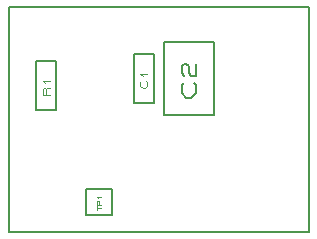
<source format=gbr>
G04 PROTEUS GERBER X2 FILE*
%TF.GenerationSoftware,Labcenter,Proteus,8.6-SP2-Build23525*%
%TF.CreationDate,2017-05-05T12:43:17+00:00*%
%TF.FileFunction,AssemblyDrawing,Top*%
%TF.FilePolarity,Positive*%
%TF.Part,Single*%
%FSLAX45Y45*%
%MOMM*%
G01*
%TA.AperFunction,Material*%
%ADD70C,0.203200*%
%ADD28C,0.100580*%
%ADD29C,0.055080*%
%ADD72C,0.204890*%
%TA.AperFunction,Profile*%
%ADD19C,0.203200*%
%TD.AperFunction*%
D70*
X+1059180Y+1092200D02*
X+1226820Y+1092200D01*
X+1226820Y+1508760D01*
X+1059180Y+1508760D01*
X+1059180Y+1092200D01*
D28*
X+1163117Y+1280363D02*
X+1173176Y+1270304D01*
X+1173176Y+1240129D01*
X+1153059Y+1220013D01*
X+1132942Y+1220013D01*
X+1112825Y+1240129D01*
X+1112825Y+1270304D01*
X+1122884Y+1280363D01*
X+1132942Y+1320596D02*
X+1112825Y+1340713D01*
X+1173176Y+1340713D01*
D70*
X+233680Y+1031240D02*
X+401320Y+1031240D01*
X+401320Y+1447800D01*
X+233680Y+1447800D01*
X+233680Y+1031240D01*
D28*
X+347676Y+1159053D02*
X+287325Y+1159053D01*
X+287325Y+1209344D01*
X+297384Y+1219403D01*
X+307442Y+1219403D01*
X+317500Y+1209344D01*
X+317500Y+1159053D01*
X+317500Y+1209344D02*
X+327559Y+1219403D01*
X+347676Y+1219403D01*
X+307442Y+1259636D02*
X+287325Y+1279753D01*
X+347676Y+1279753D01*
D70*
X+651840Y+143840D02*
X+872160Y+143840D01*
X+872160Y+364160D01*
X+651840Y+364160D01*
X+651840Y+143840D01*
D29*
X+745476Y+187904D02*
X+745476Y+220952D01*
X+745476Y+204428D02*
X+778524Y+204428D01*
X+778524Y+231968D02*
X+745476Y+231968D01*
X+745476Y+259508D01*
X+750984Y+265016D01*
X+756492Y+265016D01*
X+762000Y+259508D01*
X+762000Y+231968D01*
X+756492Y+287048D02*
X+745476Y+298064D01*
X+778524Y+298064D01*
D70*
X+1310640Y+995680D02*
X+1737360Y+995680D01*
X+1737360Y+1610360D01*
X+1310640Y+1610360D01*
X+1310640Y+995680D01*
D72*
X+1564979Y+1262041D02*
X+1585468Y+1241552D01*
X+1585468Y+1180084D01*
X+1544489Y+1139106D01*
X+1503511Y+1139106D01*
X+1462532Y+1180084D01*
X+1462532Y+1241552D01*
X+1483021Y+1262041D01*
X+1483021Y+1323509D02*
X+1462532Y+1343998D01*
X+1462532Y+1405466D01*
X+1483021Y+1425955D01*
X+1503511Y+1425955D01*
X+1524000Y+1405466D01*
X+1524000Y+1343998D01*
X+1544489Y+1323509D01*
X+1585468Y+1323509D01*
X+1585468Y+1425955D01*
D19*
X+0Y+0D02*
X+2540000Y+0D01*
X+2540000Y+1905000D01*
X+0Y+1905000D01*
X+0Y+0D01*
M02*

</source>
